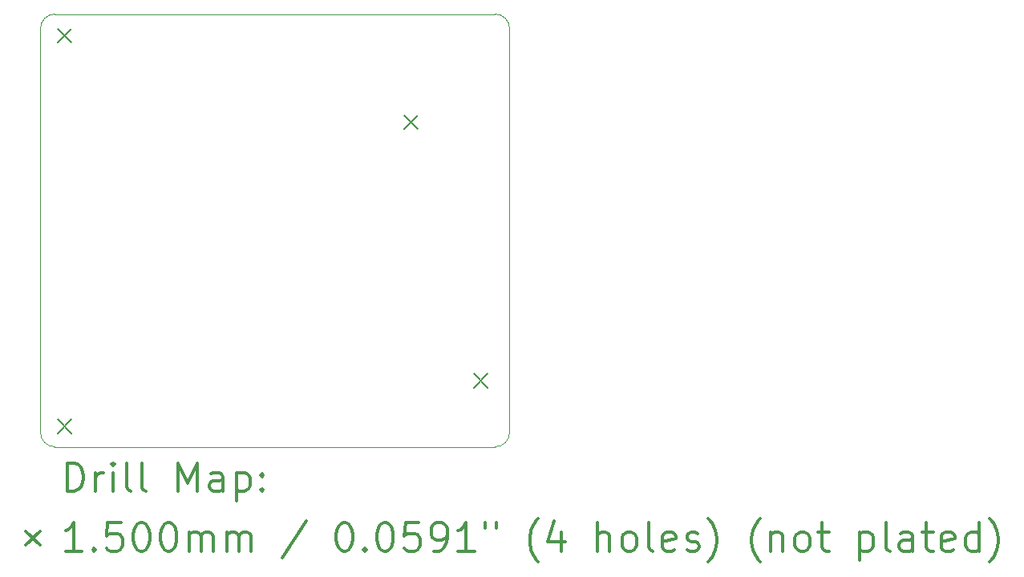
<source format=gbr>
%FSLAX45Y45*%
G04 Gerber Fmt 4.5, Leading zero omitted, Abs format (unit mm)*
G04 Created by KiCad (PCBNEW 5.1.12-84ad8e8a86~92~ubuntu20.04.1) date 2022-07-02 20:29:37*
%MOMM*%
%LPD*%
G01*
G04 APERTURE LIST*
%TA.AperFunction,Profile*%
%ADD10C,0.100000*%
%TD*%
%ADD11C,0.200000*%
%ADD12C,0.300000*%
G04 APERTURE END LIST*
D10*
X17373600Y-7239000D02*
G75*
G02*
X17526000Y-7391400I0J-152400D01*
G01*
X17526000Y-11658600D02*
G75*
G02*
X17373600Y-11811000I-152400J0D01*
G01*
X17526000Y-11658600D02*
X17526000Y-7391400D01*
X12573000Y-7391400D02*
G75*
G02*
X12725400Y-7239000I152400J0D01*
G01*
X12725400Y-11811000D02*
G75*
G02*
X12573000Y-11658600I0J152400D01*
G01*
X12573000Y-11658600D02*
X12573000Y-7391400D01*
X17373600Y-11811000D02*
X12725400Y-11811000D01*
X12725400Y-7239000D02*
X17373600Y-7239000D01*
D11*
X12752000Y-7392600D02*
X12902000Y-7542600D01*
X12902000Y-7392600D02*
X12752000Y-7542600D01*
X12752000Y-11520100D02*
X12902000Y-11670100D01*
X12902000Y-11520100D02*
X12752000Y-11670100D01*
X16409600Y-8307000D02*
X16559600Y-8457000D01*
X16559600Y-8307000D02*
X16409600Y-8457000D01*
X17146200Y-11037500D02*
X17296200Y-11187500D01*
X17296200Y-11037500D02*
X17146200Y-11187500D01*
D12*
X12854428Y-12281714D02*
X12854428Y-11981714D01*
X12925857Y-11981714D01*
X12968714Y-11996000D01*
X12997286Y-12024571D01*
X13011571Y-12053143D01*
X13025857Y-12110286D01*
X13025857Y-12153143D01*
X13011571Y-12210286D01*
X12997286Y-12238857D01*
X12968714Y-12267429D01*
X12925857Y-12281714D01*
X12854428Y-12281714D01*
X13154428Y-12281714D02*
X13154428Y-12081714D01*
X13154428Y-12138857D02*
X13168714Y-12110286D01*
X13183000Y-12096000D01*
X13211571Y-12081714D01*
X13240143Y-12081714D01*
X13340143Y-12281714D02*
X13340143Y-12081714D01*
X13340143Y-11981714D02*
X13325857Y-11996000D01*
X13340143Y-12010286D01*
X13354428Y-11996000D01*
X13340143Y-11981714D01*
X13340143Y-12010286D01*
X13525857Y-12281714D02*
X13497286Y-12267429D01*
X13483000Y-12238857D01*
X13483000Y-11981714D01*
X13683000Y-12281714D02*
X13654428Y-12267429D01*
X13640143Y-12238857D01*
X13640143Y-11981714D01*
X14025857Y-12281714D02*
X14025857Y-11981714D01*
X14125857Y-12196000D01*
X14225857Y-11981714D01*
X14225857Y-12281714D01*
X14497286Y-12281714D02*
X14497286Y-12124571D01*
X14483000Y-12096000D01*
X14454428Y-12081714D01*
X14397286Y-12081714D01*
X14368714Y-12096000D01*
X14497286Y-12267429D02*
X14468714Y-12281714D01*
X14397286Y-12281714D01*
X14368714Y-12267429D01*
X14354428Y-12238857D01*
X14354428Y-12210286D01*
X14368714Y-12181714D01*
X14397286Y-12167429D01*
X14468714Y-12167429D01*
X14497286Y-12153143D01*
X14640143Y-12081714D02*
X14640143Y-12381714D01*
X14640143Y-12096000D02*
X14668714Y-12081714D01*
X14725857Y-12081714D01*
X14754428Y-12096000D01*
X14768714Y-12110286D01*
X14783000Y-12138857D01*
X14783000Y-12224571D01*
X14768714Y-12253143D01*
X14754428Y-12267429D01*
X14725857Y-12281714D01*
X14668714Y-12281714D01*
X14640143Y-12267429D01*
X14911571Y-12253143D02*
X14925857Y-12267429D01*
X14911571Y-12281714D01*
X14897286Y-12267429D01*
X14911571Y-12253143D01*
X14911571Y-12281714D01*
X14911571Y-12096000D02*
X14925857Y-12110286D01*
X14911571Y-12124571D01*
X14897286Y-12110286D01*
X14911571Y-12096000D01*
X14911571Y-12124571D01*
X12418000Y-12701000D02*
X12568000Y-12851000D01*
X12568000Y-12701000D02*
X12418000Y-12851000D01*
X13011571Y-12911714D02*
X12840143Y-12911714D01*
X12925857Y-12911714D02*
X12925857Y-12611714D01*
X12897286Y-12654571D01*
X12868714Y-12683143D01*
X12840143Y-12697429D01*
X13140143Y-12883143D02*
X13154428Y-12897429D01*
X13140143Y-12911714D01*
X13125857Y-12897429D01*
X13140143Y-12883143D01*
X13140143Y-12911714D01*
X13425857Y-12611714D02*
X13283000Y-12611714D01*
X13268714Y-12754571D01*
X13283000Y-12740286D01*
X13311571Y-12726000D01*
X13383000Y-12726000D01*
X13411571Y-12740286D01*
X13425857Y-12754571D01*
X13440143Y-12783143D01*
X13440143Y-12854571D01*
X13425857Y-12883143D01*
X13411571Y-12897429D01*
X13383000Y-12911714D01*
X13311571Y-12911714D01*
X13283000Y-12897429D01*
X13268714Y-12883143D01*
X13625857Y-12611714D02*
X13654428Y-12611714D01*
X13683000Y-12626000D01*
X13697286Y-12640286D01*
X13711571Y-12668857D01*
X13725857Y-12726000D01*
X13725857Y-12797429D01*
X13711571Y-12854571D01*
X13697286Y-12883143D01*
X13683000Y-12897429D01*
X13654428Y-12911714D01*
X13625857Y-12911714D01*
X13597286Y-12897429D01*
X13583000Y-12883143D01*
X13568714Y-12854571D01*
X13554428Y-12797429D01*
X13554428Y-12726000D01*
X13568714Y-12668857D01*
X13583000Y-12640286D01*
X13597286Y-12626000D01*
X13625857Y-12611714D01*
X13911571Y-12611714D02*
X13940143Y-12611714D01*
X13968714Y-12626000D01*
X13983000Y-12640286D01*
X13997286Y-12668857D01*
X14011571Y-12726000D01*
X14011571Y-12797429D01*
X13997286Y-12854571D01*
X13983000Y-12883143D01*
X13968714Y-12897429D01*
X13940143Y-12911714D01*
X13911571Y-12911714D01*
X13883000Y-12897429D01*
X13868714Y-12883143D01*
X13854428Y-12854571D01*
X13840143Y-12797429D01*
X13840143Y-12726000D01*
X13854428Y-12668857D01*
X13868714Y-12640286D01*
X13883000Y-12626000D01*
X13911571Y-12611714D01*
X14140143Y-12911714D02*
X14140143Y-12711714D01*
X14140143Y-12740286D02*
X14154428Y-12726000D01*
X14183000Y-12711714D01*
X14225857Y-12711714D01*
X14254428Y-12726000D01*
X14268714Y-12754571D01*
X14268714Y-12911714D01*
X14268714Y-12754571D02*
X14283000Y-12726000D01*
X14311571Y-12711714D01*
X14354428Y-12711714D01*
X14383000Y-12726000D01*
X14397286Y-12754571D01*
X14397286Y-12911714D01*
X14540143Y-12911714D02*
X14540143Y-12711714D01*
X14540143Y-12740286D02*
X14554428Y-12726000D01*
X14583000Y-12711714D01*
X14625857Y-12711714D01*
X14654428Y-12726000D01*
X14668714Y-12754571D01*
X14668714Y-12911714D01*
X14668714Y-12754571D02*
X14683000Y-12726000D01*
X14711571Y-12711714D01*
X14754428Y-12711714D01*
X14783000Y-12726000D01*
X14797286Y-12754571D01*
X14797286Y-12911714D01*
X15383000Y-12597429D02*
X15125857Y-12983143D01*
X15768714Y-12611714D02*
X15797286Y-12611714D01*
X15825857Y-12626000D01*
X15840143Y-12640286D01*
X15854428Y-12668857D01*
X15868714Y-12726000D01*
X15868714Y-12797429D01*
X15854428Y-12854571D01*
X15840143Y-12883143D01*
X15825857Y-12897429D01*
X15797286Y-12911714D01*
X15768714Y-12911714D01*
X15740143Y-12897429D01*
X15725857Y-12883143D01*
X15711571Y-12854571D01*
X15697286Y-12797429D01*
X15697286Y-12726000D01*
X15711571Y-12668857D01*
X15725857Y-12640286D01*
X15740143Y-12626000D01*
X15768714Y-12611714D01*
X15997286Y-12883143D02*
X16011571Y-12897429D01*
X15997286Y-12911714D01*
X15983000Y-12897429D01*
X15997286Y-12883143D01*
X15997286Y-12911714D01*
X16197286Y-12611714D02*
X16225857Y-12611714D01*
X16254428Y-12626000D01*
X16268714Y-12640286D01*
X16283000Y-12668857D01*
X16297286Y-12726000D01*
X16297286Y-12797429D01*
X16283000Y-12854571D01*
X16268714Y-12883143D01*
X16254428Y-12897429D01*
X16225857Y-12911714D01*
X16197286Y-12911714D01*
X16168714Y-12897429D01*
X16154428Y-12883143D01*
X16140143Y-12854571D01*
X16125857Y-12797429D01*
X16125857Y-12726000D01*
X16140143Y-12668857D01*
X16154428Y-12640286D01*
X16168714Y-12626000D01*
X16197286Y-12611714D01*
X16568714Y-12611714D02*
X16425857Y-12611714D01*
X16411571Y-12754571D01*
X16425857Y-12740286D01*
X16454428Y-12726000D01*
X16525857Y-12726000D01*
X16554428Y-12740286D01*
X16568714Y-12754571D01*
X16583000Y-12783143D01*
X16583000Y-12854571D01*
X16568714Y-12883143D01*
X16554428Y-12897429D01*
X16525857Y-12911714D01*
X16454428Y-12911714D01*
X16425857Y-12897429D01*
X16411571Y-12883143D01*
X16725857Y-12911714D02*
X16783000Y-12911714D01*
X16811571Y-12897429D01*
X16825857Y-12883143D01*
X16854428Y-12840286D01*
X16868714Y-12783143D01*
X16868714Y-12668857D01*
X16854428Y-12640286D01*
X16840143Y-12626000D01*
X16811571Y-12611714D01*
X16754428Y-12611714D01*
X16725857Y-12626000D01*
X16711571Y-12640286D01*
X16697286Y-12668857D01*
X16697286Y-12740286D01*
X16711571Y-12768857D01*
X16725857Y-12783143D01*
X16754428Y-12797429D01*
X16811571Y-12797429D01*
X16840143Y-12783143D01*
X16854428Y-12768857D01*
X16868714Y-12740286D01*
X17154428Y-12911714D02*
X16983000Y-12911714D01*
X17068714Y-12911714D02*
X17068714Y-12611714D01*
X17040143Y-12654571D01*
X17011571Y-12683143D01*
X16983000Y-12697429D01*
X17268714Y-12611714D02*
X17268714Y-12668857D01*
X17383000Y-12611714D02*
X17383000Y-12668857D01*
X17825857Y-13026000D02*
X17811571Y-13011714D01*
X17783000Y-12968857D01*
X17768714Y-12940286D01*
X17754428Y-12897429D01*
X17740143Y-12826000D01*
X17740143Y-12768857D01*
X17754428Y-12697429D01*
X17768714Y-12654571D01*
X17783000Y-12626000D01*
X17811571Y-12583143D01*
X17825857Y-12568857D01*
X18068714Y-12711714D02*
X18068714Y-12911714D01*
X17997286Y-12597429D02*
X17925857Y-12811714D01*
X18111571Y-12811714D01*
X18454428Y-12911714D02*
X18454428Y-12611714D01*
X18583000Y-12911714D02*
X18583000Y-12754571D01*
X18568714Y-12726000D01*
X18540143Y-12711714D01*
X18497286Y-12711714D01*
X18468714Y-12726000D01*
X18454428Y-12740286D01*
X18768714Y-12911714D02*
X18740143Y-12897429D01*
X18725857Y-12883143D01*
X18711571Y-12854571D01*
X18711571Y-12768857D01*
X18725857Y-12740286D01*
X18740143Y-12726000D01*
X18768714Y-12711714D01*
X18811571Y-12711714D01*
X18840143Y-12726000D01*
X18854428Y-12740286D01*
X18868714Y-12768857D01*
X18868714Y-12854571D01*
X18854428Y-12883143D01*
X18840143Y-12897429D01*
X18811571Y-12911714D01*
X18768714Y-12911714D01*
X19040143Y-12911714D02*
X19011571Y-12897429D01*
X18997286Y-12868857D01*
X18997286Y-12611714D01*
X19268714Y-12897429D02*
X19240143Y-12911714D01*
X19183000Y-12911714D01*
X19154428Y-12897429D01*
X19140143Y-12868857D01*
X19140143Y-12754571D01*
X19154428Y-12726000D01*
X19183000Y-12711714D01*
X19240143Y-12711714D01*
X19268714Y-12726000D01*
X19283000Y-12754571D01*
X19283000Y-12783143D01*
X19140143Y-12811714D01*
X19397286Y-12897429D02*
X19425857Y-12911714D01*
X19483000Y-12911714D01*
X19511571Y-12897429D01*
X19525857Y-12868857D01*
X19525857Y-12854571D01*
X19511571Y-12826000D01*
X19483000Y-12811714D01*
X19440143Y-12811714D01*
X19411571Y-12797429D01*
X19397286Y-12768857D01*
X19397286Y-12754571D01*
X19411571Y-12726000D01*
X19440143Y-12711714D01*
X19483000Y-12711714D01*
X19511571Y-12726000D01*
X19625857Y-13026000D02*
X19640143Y-13011714D01*
X19668714Y-12968857D01*
X19683000Y-12940286D01*
X19697286Y-12897429D01*
X19711571Y-12826000D01*
X19711571Y-12768857D01*
X19697286Y-12697429D01*
X19683000Y-12654571D01*
X19668714Y-12626000D01*
X19640143Y-12583143D01*
X19625857Y-12568857D01*
X20168714Y-13026000D02*
X20154428Y-13011714D01*
X20125857Y-12968857D01*
X20111571Y-12940286D01*
X20097286Y-12897429D01*
X20083000Y-12826000D01*
X20083000Y-12768857D01*
X20097286Y-12697429D01*
X20111571Y-12654571D01*
X20125857Y-12626000D01*
X20154428Y-12583143D01*
X20168714Y-12568857D01*
X20283000Y-12711714D02*
X20283000Y-12911714D01*
X20283000Y-12740286D02*
X20297286Y-12726000D01*
X20325857Y-12711714D01*
X20368714Y-12711714D01*
X20397286Y-12726000D01*
X20411571Y-12754571D01*
X20411571Y-12911714D01*
X20597286Y-12911714D02*
X20568714Y-12897429D01*
X20554428Y-12883143D01*
X20540143Y-12854571D01*
X20540143Y-12768857D01*
X20554428Y-12740286D01*
X20568714Y-12726000D01*
X20597286Y-12711714D01*
X20640143Y-12711714D01*
X20668714Y-12726000D01*
X20683000Y-12740286D01*
X20697286Y-12768857D01*
X20697286Y-12854571D01*
X20683000Y-12883143D01*
X20668714Y-12897429D01*
X20640143Y-12911714D01*
X20597286Y-12911714D01*
X20783000Y-12711714D02*
X20897286Y-12711714D01*
X20825857Y-12611714D02*
X20825857Y-12868857D01*
X20840143Y-12897429D01*
X20868714Y-12911714D01*
X20897286Y-12911714D01*
X21225857Y-12711714D02*
X21225857Y-13011714D01*
X21225857Y-12726000D02*
X21254428Y-12711714D01*
X21311571Y-12711714D01*
X21340143Y-12726000D01*
X21354428Y-12740286D01*
X21368714Y-12768857D01*
X21368714Y-12854571D01*
X21354428Y-12883143D01*
X21340143Y-12897429D01*
X21311571Y-12911714D01*
X21254428Y-12911714D01*
X21225857Y-12897429D01*
X21540143Y-12911714D02*
X21511571Y-12897429D01*
X21497286Y-12868857D01*
X21497286Y-12611714D01*
X21783000Y-12911714D02*
X21783000Y-12754571D01*
X21768714Y-12726000D01*
X21740143Y-12711714D01*
X21683000Y-12711714D01*
X21654428Y-12726000D01*
X21783000Y-12897429D02*
X21754428Y-12911714D01*
X21683000Y-12911714D01*
X21654428Y-12897429D01*
X21640143Y-12868857D01*
X21640143Y-12840286D01*
X21654428Y-12811714D01*
X21683000Y-12797429D01*
X21754428Y-12797429D01*
X21783000Y-12783143D01*
X21883000Y-12711714D02*
X21997286Y-12711714D01*
X21925857Y-12611714D02*
X21925857Y-12868857D01*
X21940143Y-12897429D01*
X21968714Y-12911714D01*
X21997286Y-12911714D01*
X22211571Y-12897429D02*
X22183000Y-12911714D01*
X22125857Y-12911714D01*
X22097286Y-12897429D01*
X22083000Y-12868857D01*
X22083000Y-12754571D01*
X22097286Y-12726000D01*
X22125857Y-12711714D01*
X22183000Y-12711714D01*
X22211571Y-12726000D01*
X22225857Y-12754571D01*
X22225857Y-12783143D01*
X22083000Y-12811714D01*
X22483000Y-12911714D02*
X22483000Y-12611714D01*
X22483000Y-12897429D02*
X22454428Y-12911714D01*
X22397286Y-12911714D01*
X22368714Y-12897429D01*
X22354428Y-12883143D01*
X22340143Y-12854571D01*
X22340143Y-12768857D01*
X22354428Y-12740286D01*
X22368714Y-12726000D01*
X22397286Y-12711714D01*
X22454428Y-12711714D01*
X22483000Y-12726000D01*
X22597286Y-13026000D02*
X22611571Y-13011714D01*
X22640143Y-12968857D01*
X22654428Y-12940286D01*
X22668714Y-12897429D01*
X22683000Y-12826000D01*
X22683000Y-12768857D01*
X22668714Y-12697429D01*
X22654428Y-12654571D01*
X22640143Y-12626000D01*
X22611571Y-12583143D01*
X22597286Y-12568857D01*
M02*

</source>
